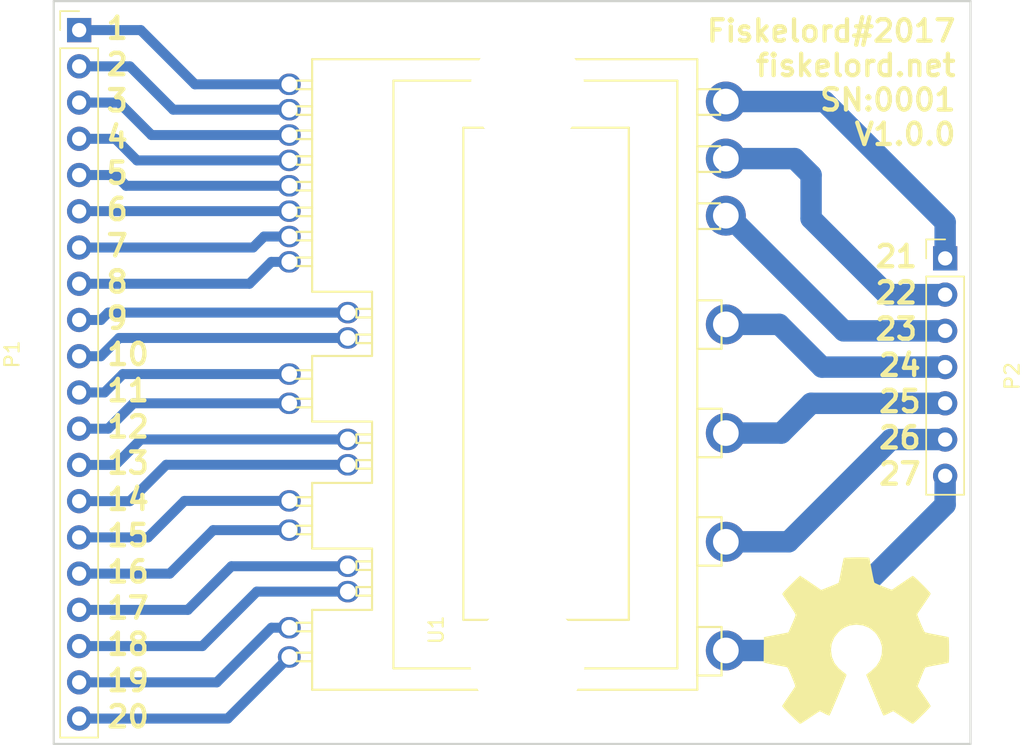
<source format=kicad_pcb>
(kicad_pcb (version 4) (host pcbnew 4.0.5)

  (general
    (links 27)
    (no_connects 0)
    (area 152.695 97.584999 224.849 150.119436)
    (thickness 1.6)
    (drawings 32)
    (tracks 81)
    (zones 0)
    (modules 4)
    (nets 28)
  )

  (page A4)
  (layers
    (0 F.Cu signal)
    (31 B.Cu signal)
    (32 B.Adhes user)
    (33 F.Adhes user)
    (34 B.Paste user)
    (35 F.Paste user)
    (36 B.SilkS user)
    (37 F.SilkS user)
    (38 B.Mask user)
    (39 F.Mask user)
    (40 Dwgs.User user)
    (41 Cmts.User user)
    (42 Eco1.User user)
    (43 Eco2.User user)
    (44 Edge.Cuts user)
    (45 Margin user)
    (46 B.CrtYd user)
    (47 F.CrtYd user)
    (48 B.Fab user)
    (49 F.Fab user)
  )

  (setup
    (last_trace_width 0.25)
    (trace_clearance 0.2)
    (zone_clearance 0.508)
    (zone_45_only no)
    (trace_min 0.2)
    (segment_width 0.2)
    (edge_width 0.15)
    (via_size 0.6)
    (via_drill 0.4)
    (via_min_size 0.4)
    (via_min_drill 0.3)
    (uvia_size 0.3)
    (uvia_drill 0.1)
    (uvias_allowed no)
    (uvia_min_size 0.2)
    (uvia_min_drill 0.1)
    (pcb_text_width 0.3)
    (pcb_text_size 1.5 1.5)
    (mod_edge_width 0.15)
    (mod_text_size 1 1)
    (mod_text_width 0.15)
    (pad_size 1.5 1.6)
    (pad_drill 1.1)
    (pad_to_mask_clearance 0.2)
    (aux_axis_origin 0 0)
    (visible_elements 7FFFFFFF)
    (pcbplotparams
      (layerselection 0x010f0_80000001)
      (usegerberextensions false)
      (excludeedgelayer true)
      (linewidth 0.100000)
      (plotframeref false)
      (viasonmask false)
      (mode 1)
      (useauxorigin false)
      (hpglpennumber 1)
      (hpglpenspeed 20)
      (hpglpendiameter 15)
      (hpglpenoverlay 2)
      (psnegative false)
      (psa4output false)
      (plotreference false)
      (plotvalue false)
      (plotinvisibletext false)
      (padsonsilk false)
      (subtractmaskfromsilk false)
      (outputformat 1)
      (mirror false)
      (drillshape 0)
      (scaleselection 1)
      (outputdirectory gerber/))
  )

  (net 0 "")
  (net 1 /1)
  (net 2 /2)
  (net 3 /3)
  (net 4 /4)
  (net 5 /5)
  (net 6 /6)
  (net 7 /7)
  (net 8 /8)
  (net 9 /9)
  (net 10 /10)
  (net 11 /11)
  (net 12 /12)
  (net 13 /13)
  (net 14 /14)
  (net 15 /15)
  (net 16 /16)
  (net 17 /17)
  (net 18 /18)
  (net 19 /19)
  (net 20 /20)
  (net 21 /21)
  (net 22 /22)
  (net 23 /23)
  (net 24 /24)
  (net 25 /25)
  (net 26 /26)
  (net 27 /27)

  (net_class Default "This is the default net class."
    (clearance 0.2)
    (trace_width 0.25)
    (via_dia 0.6)
    (via_drill 0.4)
    (uvia_dia 0.3)
    (uvia_drill 0.1)
  )

  (net_class Power ""
    (clearance 0.2)
    (trace_width 1.5)
    (via_dia 0.6)
    (via_drill 0.4)
    (uvia_dia 0.3)
    (uvia_drill 0.1)
    (add_net /21)
    (add_net /22)
    (add_net /23)
    (add_net /24)
    (add_net /25)
    (add_net /26)
    (add_net /27)
  )

  (net_class Signal ""
    (clearance 0.2)
    (trace_width 0.7)
    (via_dia 0.6)
    (via_drill 0.4)
    (uvia_dia 0.3)
    (uvia_drill 0.1)
    (add_net /1)
    (add_net /10)
    (add_net /11)
    (add_net /12)
    (add_net /13)
    (add_net /14)
    (add_net /15)
    (add_net /16)
    (add_net /17)
    (add_net /18)
    (add_net /19)
    (add_net /2)
    (add_net /20)
    (add_net /3)
    (add_net /4)
    (add_net /5)
    (add_net /6)
    (add_net /7)
    (add_net /8)
    (add_net /9)
  )

  (module Pin_Headers:Pin_Header_Straight_1x20_Pitch2.54mm (layer F.Cu) (tedit 59B7B6D9) (tstamp 59B7A8C0)
    (at 158.369 99.695)
    (descr "Through hole straight pin header, 1x20, 2.54mm pitch, single row")
    (tags "Through hole pin header THT 1x20 2.54mm single row")
    (path /59B7A455)
    (fp_text reference P1 (at -4.699 22.733 90) (layer F.SilkS)
      (effects (font (size 1 1) (thickness 0.15)))
    )
    (fp_text value CONN_01X20 (at -2.921 22.733 90) (layer F.Fab)
      (effects (font (size 1 1) (thickness 0.15)))
    )
    (fp_line (start -0.635 -1.27) (end 1.27 -1.27) (layer F.Fab) (width 0.1))
    (fp_line (start 1.27 -1.27) (end 1.27 49.53) (layer F.Fab) (width 0.1))
    (fp_line (start 1.27 49.53) (end -1.27 49.53) (layer F.Fab) (width 0.1))
    (fp_line (start -1.27 49.53) (end -1.27 -0.635) (layer F.Fab) (width 0.1))
    (fp_line (start -1.27 -0.635) (end -0.635 -1.27) (layer F.Fab) (width 0.1))
    (fp_line (start -1.33 49.59) (end 1.33 49.59) (layer F.SilkS) (width 0.12))
    (fp_line (start -1.33 1.27) (end -1.33 49.59) (layer F.SilkS) (width 0.12))
    (fp_line (start 1.33 1.27) (end 1.33 49.59) (layer F.SilkS) (width 0.12))
    (fp_line (start -1.33 1.27) (end 1.33 1.27) (layer F.SilkS) (width 0.12))
    (fp_line (start -1.33 0) (end -1.33 -1.33) (layer F.SilkS) (width 0.12))
    (fp_line (start -1.33 -1.33) (end 0 -1.33) (layer F.SilkS) (width 0.12))
    (fp_line (start -1.8 -1.8) (end -1.8 50.05) (layer F.CrtYd) (width 0.05))
    (fp_line (start -1.8 50.05) (end 1.8 50.05) (layer F.CrtYd) (width 0.05))
    (fp_line (start 1.8 50.05) (end 1.8 -1.8) (layer F.CrtYd) (width 0.05))
    (fp_line (start 1.8 -1.8) (end -1.8 -1.8) (layer F.CrtYd) (width 0.05))
    (fp_text user %R (at 0 24.13 90) (layer F.Fab)
      (effects (font (size 1 1) (thickness 0.15)))
    )
    (pad 1 thru_hole rect (at 0 0) (size 1.7 1.7) (drill 1) (layers *.Cu *.Mask)
      (net 1 /1))
    (pad 2 thru_hole oval (at 0 2.54) (size 1.7 1.7) (drill 1) (layers *.Cu *.Mask)
      (net 2 /2))
    (pad 3 thru_hole oval (at 0 5.08) (size 1.7 1.7) (drill 1) (layers *.Cu *.Mask)
      (net 3 /3))
    (pad 4 thru_hole oval (at 0 7.62) (size 1.7 1.7) (drill 1) (layers *.Cu *.Mask)
      (net 4 /4))
    (pad 5 thru_hole oval (at 0 10.16) (size 1.7 1.7) (drill 1) (layers *.Cu *.Mask)
      (net 5 /5))
    (pad 6 thru_hole oval (at 0 12.7) (size 1.7 1.7) (drill 1) (layers *.Cu *.Mask)
      (net 6 /6))
    (pad 7 thru_hole oval (at 0 15.24) (size 1.7 1.7) (drill 1) (layers *.Cu *.Mask)
      (net 7 /7))
    (pad 8 thru_hole oval (at 0 17.78) (size 1.7 1.7) (drill 1) (layers *.Cu *.Mask)
      (net 8 /8))
    (pad 9 thru_hole oval (at 0 20.32) (size 1.7 1.7) (drill 1) (layers *.Cu *.Mask)
      (net 9 /9))
    (pad 10 thru_hole oval (at 0 22.86) (size 1.7 1.7) (drill 1) (layers *.Cu *.Mask)
      (net 10 /10))
    (pad 11 thru_hole oval (at 0 25.4) (size 1.7 1.7) (drill 1) (layers *.Cu *.Mask)
      (net 11 /11))
    (pad 12 thru_hole oval (at 0 27.94) (size 1.7 1.7) (drill 1) (layers *.Cu *.Mask)
      (net 12 /12))
    (pad 13 thru_hole oval (at 0 30.48) (size 1.7 1.7) (drill 1) (layers *.Cu *.Mask)
      (net 13 /13))
    (pad 14 thru_hole oval (at 0 33.02) (size 1.7 1.7) (drill 1) (layers *.Cu *.Mask)
      (net 14 /14))
    (pad 15 thru_hole oval (at 0 35.56) (size 1.7 1.7) (drill 1) (layers *.Cu *.Mask)
      (net 15 /15))
    (pad 16 thru_hole oval (at 0 38.1) (size 1.7 1.7) (drill 1) (layers *.Cu *.Mask)
      (net 16 /16))
    (pad 17 thru_hole oval (at 0 40.64) (size 1.7 1.7) (drill 1) (layers *.Cu *.Mask)
      (net 17 /17))
    (pad 18 thru_hole oval (at 0 43.18) (size 1.7 1.7) (drill 1) (layers *.Cu *.Mask)
      (net 18 /18))
    (pad 19 thru_hole oval (at 0 45.72) (size 1.7 1.7) (drill 1) (layers *.Cu *.Mask)
      (net 19 /19))
    (pad 20 thru_hole oval (at 0 48.26) (size 1.7 1.7) (drill 1) (layers *.Cu *.Mask)
      (net 20 /20))
    (model ${KISYS3DMOD}/Pin_Headers.3dshapes/Pin_Header_Straight_1x20_Pitch2.54mm.wrl
      (at (xyz 0 0 0))
      (scale (xyz 1 1 1))
      (rotate (xyz 0 0 0))
    )
  )

  (module Pin_Headers:Pin_Header_Straight_1x07_Pitch2.54mm (layer F.Cu) (tedit 59B7B6DE) (tstamp 59B7A8CB)
    (at 219.075 115.697)
    (descr "Through hole straight pin header, 1x07, 2.54mm pitch, single row")
    (tags "Through hole pin header THT 1x07 2.54mm single row")
    (path /59B7A3CF)
    (fp_text reference P2 (at 4.699 8.255 90) (layer F.SilkS)
      (effects (font (size 1 1) (thickness 0.15)))
    )
    (fp_text value CONN_01X07 (at 2.921 8.001 90) (layer F.Fab)
      (effects (font (size 1 1) (thickness 0.15)))
    )
    (fp_line (start -0.635 -1.27) (end 1.27 -1.27) (layer F.Fab) (width 0.1))
    (fp_line (start 1.27 -1.27) (end 1.27 16.51) (layer F.Fab) (width 0.1))
    (fp_line (start 1.27 16.51) (end -1.27 16.51) (layer F.Fab) (width 0.1))
    (fp_line (start -1.27 16.51) (end -1.27 -0.635) (layer F.Fab) (width 0.1))
    (fp_line (start -1.27 -0.635) (end -0.635 -1.27) (layer F.Fab) (width 0.1))
    (fp_line (start -1.33 16.57) (end 1.33 16.57) (layer F.SilkS) (width 0.12))
    (fp_line (start -1.33 1.27) (end -1.33 16.57) (layer F.SilkS) (width 0.12))
    (fp_line (start 1.33 1.27) (end 1.33 16.57) (layer F.SilkS) (width 0.12))
    (fp_line (start -1.33 1.27) (end 1.33 1.27) (layer F.SilkS) (width 0.12))
    (fp_line (start -1.33 0) (end -1.33 -1.33) (layer F.SilkS) (width 0.12))
    (fp_line (start -1.33 -1.33) (end 0 -1.33) (layer F.SilkS) (width 0.12))
    (fp_line (start -1.8 -1.8) (end -1.8 17.05) (layer F.CrtYd) (width 0.05))
    (fp_line (start -1.8 17.05) (end 1.8 17.05) (layer F.CrtYd) (width 0.05))
    (fp_line (start 1.8 17.05) (end 1.8 -1.8) (layer F.CrtYd) (width 0.05))
    (fp_line (start 1.8 -1.8) (end -1.8 -1.8) (layer F.CrtYd) (width 0.05))
    (fp_text user %R (at 0 7.62 90) (layer F.Fab)
      (effects (font (size 1 1) (thickness 0.15)))
    )
    (pad 1 thru_hole rect (at 0 0) (size 1.7 1.7) (drill 1) (layers *.Cu *.Mask)
      (net 21 /21))
    (pad 2 thru_hole oval (at 0 2.54) (size 1.7 1.7) (drill 1) (layers *.Cu *.Mask)
      (net 22 /22))
    (pad 3 thru_hole oval (at 0 5.08) (size 1.7 1.7) (drill 1) (layers *.Cu *.Mask)
      (net 23 /23))
    (pad 4 thru_hole oval (at 0 7.62) (size 1.7 1.7) (drill 1) (layers *.Cu *.Mask)
      (net 24 /24))
    (pad 5 thru_hole oval (at 0 10.16) (size 1.7 1.7) (drill 1) (layers *.Cu *.Mask)
      (net 25 /25))
    (pad 6 thru_hole oval (at 0 12.7) (size 1.7 1.7) (drill 1) (layers *.Cu *.Mask)
      (net 26 /26))
    (pad 7 thru_hole oval (at 0 15.24) (size 1.7 1.7) (drill 1) (layers *.Cu *.Mask)
      (net 27 /27))
    (model ${KISYS3DMOD}/Pin_Headers.3dshapes/Pin_Header_Straight_1x07_Pitch2.54mm.wrl
      (at (xyz 0 0 0))
      (scale (xyz 1 1 1))
      (rotate (xyz 0 0 0))
    )
  )

  (module FPDL15BH60:FPDL15BH60 (layer F.Cu) (tedit 59B7CBB1) (tstamp 59B7BB50)
    (at 173.101 143.637 90)
    (path /59B79E42)
    (fp_text reference U1 (at 1.9 10.3 90) (layer F.SilkS)
      (effects (font (size 1 1) (thickness 0.15)))
    )
    (fp_text value FPDL15BH60 (at 4.6 8.6 90) (layer F.Fab)
      (effects (font (size 1 1) (thickness 0.15)))
    )
    (fp_line (start 2.6 23.8) (end 2.6 12.2) (layer F.SilkS) (width 0.15))
    (fp_line (start 2.6 12.2) (end 37.1 12.2) (layer F.SilkS) (width 0.15))
    (fp_line (start 37.1 12.2) (end 37.1 23.8) (layer F.SilkS) (width 0.15))
    (fp_line (start 37.1 23.8) (end 2.6 23.8) (layer F.SilkS) (width 0.15))
    (fp_line (start 40.4 7.3) (end 40.4 27.2) (layer F.SilkS) (width 0.15))
    (fp_line (start 40.4 27.2) (end -0.8 27.2) (layer F.SilkS) (width 0.15))
    (fp_line (start -0.8 27.2) (end -0.8 7.3) (layer F.SilkS) (width 0.15))
    (fp_line (start -0.8 7.3) (end 40.4 7.3) (layer F.SilkS) (width 0.15))
    (fp_line (start 2.1 30.3) (end -1.3 30.3) (layer F.SilkS) (width 0.15))
    (fp_line (start 2.1 28.6) (end 2.1 30.3) (layer F.SilkS) (width 0.15))
    (fp_line (start -1.3 28.6) (end 2.1 28.6) (layer F.SilkS) (width 0.15))
    (fp_line (start -1.3 30.3) (end -1.3 28.6) (layer F.SilkS) (width 0.15))
    (fp_line (start 6.4 30.3) (end 6.4 28.6) (layer F.SilkS) (width 0.15))
    (fp_line (start 6.4 28.6) (end 9.8 28.6) (layer F.SilkS) (width 0.15))
    (fp_line (start 9.8 28.6) (end 9.8 30.3) (layer F.SilkS) (width 0.15))
    (fp_line (start 9.8 30.3) (end 6.4 30.3) (layer F.SilkS) (width 0.15))
    (fp_line (start 17.4 30.3) (end 14 30.3) (layer F.SilkS) (width 0.15))
    (fp_line (start 17.4 28.6) (end 17.4 30.3) (layer F.SilkS) (width 0.15))
    (fp_line (start 14 28.6) (end 17.4 28.6) (layer F.SilkS) (width 0.15))
    (fp_line (start 14 30.3) (end 14 28.6) (layer F.SilkS) (width 0.15))
    (fp_line (start 21.6 30.3) (end 21.6 28.6) (layer F.SilkS) (width 0.15))
    (fp_line (start 21.6 28.6) (end 25 28.6) (layer F.SilkS) (width 0.15))
    (fp_line (start 25 28.6) (end 25 30.3) (layer F.SilkS) (width 0.15))
    (fp_line (start 25 30.3) (end 21.6 30.3) (layer F.SilkS) (width 0.15))
    (fp_line (start 30 30.2) (end 30 28.7) (layer F.SilkS) (width 0.15))
    (fp_line (start 30 28.7) (end 30 28.6) (layer F.SilkS) (width 0.15))
    (fp_line (start 30 28.6) (end 31.8 28.6) (layer F.SilkS) (width 0.15))
    (fp_line (start 31.8 28.6) (end 31.8 30.2) (layer F.SilkS) (width 0.15))
    (fp_line (start 31.8 30.2) (end 30 30.2) (layer F.SilkS) (width 0.15))
    (fp_line (start 35.8 30.2) (end 34 30.2) (layer F.SilkS) (width 0.15))
    (fp_line (start 35.8 28.6) (end 35.8 30.2) (layer F.SilkS) (width 0.15))
    (fp_line (start 34 28.6) (end 35.8 28.6) (layer F.SilkS) (width 0.15))
    (fp_line (start 34 28.7) (end 34 28.6) (layer F.SilkS) (width 0.15))
    (fp_line (start 34 30.2) (end 34 28.7) (layer F.SilkS) (width 0.15))
    (fp_line (start 38 30.2) (end 38 28.7) (layer F.SilkS) (width 0.15))
    (fp_line (start 38 28.7) (end 38 28.6) (layer F.SilkS) (width 0.15))
    (fp_line (start 38 28.6) (end 39.8 28.6) (layer F.SilkS) (width 0.15))
    (fp_line (start 39.8 28.6) (end 39.8 30.2) (layer F.SilkS) (width 0.15))
    (fp_line (start 39.8 30.2) (end 38 30.2) (layer F.SilkS) (width 0.15))
    (fp_line (start 40.4 0.5) (end 40.4 1.6) (layer F.SilkS) (width 0.15))
    (fp_line (start 39.8 0.5) (end 40.4 0.5) (layer F.SilkS) (width 0.15))
    (fp_line (start 39.8 1.6) (end 39.8 0.5) (layer F.SilkS) (width 0.15))
    (fp_line (start 38 1.6) (end 38 0.5) (layer F.SilkS) (width 0.15))
    (fp_line (start 38 0.5) (end 38.6 0.5) (layer F.SilkS) (width 0.15))
    (fp_line (start 38.6 0.5) (end 38.6 1.6) (layer F.SilkS) (width 0.15))
    (fp_line (start 36.9 0.5) (end 36.9 1.6) (layer F.SilkS) (width 0.15))
    (fp_line (start 36.3 0.5) (end 36.9 0.5) (layer F.SilkS) (width 0.15))
    (fp_line (start 36.3 1.6) (end 36.3 0.5) (layer F.SilkS) (width 0.15))
    (fp_line (start 34.5 1.6) (end 34.5 0.5) (layer F.SilkS) (width 0.15))
    (fp_line (start 34.5 0.5) (end 35.1 0.5) (layer F.SilkS) (width 0.15))
    (fp_line (start 35.1 0.5) (end 35.1 1.6) (layer F.SilkS) (width 0.15))
    (fp_line (start 33.3 0.5) (end 33.3 1.6) (layer F.SilkS) (width 0.15))
    (fp_line (start 32.7 0.5) (end 33.3 0.5) (layer F.SilkS) (width 0.15))
    (fp_line (start 32.7 1.6) (end 32.7 0.5) (layer F.SilkS) (width 0.15))
    (fp_line (start 30.9 1.6) (end 30.9 0.5) (layer F.SilkS) (width 0.15))
    (fp_line (start 30.9 0.5) (end 31.5 0.5) (layer F.SilkS) (width 0.15))
    (fp_line (start 31.5 0.5) (end 31.5 1.6) (layer F.SilkS) (width 0.15))
    (fp_line (start 29.8 0.5) (end 29.8 1.6) (layer F.SilkS) (width 0.15))
    (fp_line (start 29.2 0.5) (end 29.8 0.5) (layer F.SilkS) (width 0.15))
    (fp_line (start 29.2 1.6) (end 29.2 0.5) (layer F.SilkS) (width 0.15))
    (fp_line (start 27.4 1.6) (end 27.4 0.5) (layer F.SilkS) (width 0.15))
    (fp_line (start 27.4 0.5) (end 28 0.5) (layer F.SilkS) (width 0.15))
    (fp_line (start 28 0.5) (end 28 1.6) (layer F.SilkS) (width 0.15))
    (fp_line (start 24.4 4.7) (end 24.4 5.8) (layer F.SilkS) (width 0.15))
    (fp_line (start 23.8 4.7) (end 24.4 4.7) (layer F.SilkS) (width 0.15))
    (fp_line (start 23.8 5.8) (end 23.8 4.7) (layer F.SilkS) (width 0.15))
    (fp_line (start 22 5.8) (end 22 4.7) (layer F.SilkS) (width 0.15))
    (fp_line (start 22 4.7) (end 22.6 4.7) (layer F.SilkS) (width 0.15))
    (fp_line (start 22.6 4.7) (end 22.6 5.8) (layer F.SilkS) (width 0.15))
    (fp_line (start 15.6 4.7) (end 15.6 5.8) (layer F.SilkS) (width 0.15))
    (fp_line (start 15 4.7) (end 15.6 4.7) (layer F.SilkS) (width 0.15))
    (fp_line (start 15 5.8) (end 15 4.7) (layer F.SilkS) (width 0.15))
    (fp_line (start 13.2 5.8) (end 13.2 4.7) (layer F.SilkS) (width 0.15))
    (fp_line (start 13.2 4.7) (end 13.8 4.7) (layer F.SilkS) (width 0.15))
    (fp_line (start 13.8 4.7) (end 13.8 5.8) (layer F.SilkS) (width 0.15))
    (fp_line (start 6.7 4.7) (end 6.7 5.8) (layer F.SilkS) (width 0.15))
    (fp_line (start 6.1 4.7) (end 6.7 4.7) (layer F.SilkS) (width 0.15))
    (fp_line (start 6.1 5.8) (end 6.1 4.7) (layer F.SilkS) (width 0.15))
    (fp_line (start 25.6 5.8) (end 25.6 1.6) (layer F.SilkS) (width 0.15))
    (fp_line (start 21.1 1.6) (end 21.1 5.8) (layer F.SilkS) (width 0.15))
    (fp_line (start 16.5 5.8) (end 16.5 1.6) (layer F.SilkS) (width 0.15))
    (fp_line (start 12.2 1.6) (end 12.2 5.8) (layer F.SilkS) (width 0.15))
    (fp_line (start 7.6 5.8) (end 7.6 1.6) (layer F.SilkS) (width 0.15))
    (fp_line (start 3.3 5.8) (end 3.3 1.6) (layer F.SilkS) (width 0.15))
    (fp_line (start 4.3 5.8) (end 4.3 4.7) (layer F.SilkS) (width 0.15))
    (fp_line (start 4.3 4.7) (end 4.9 4.7) (layer F.SilkS) (width 0.15))
    (fp_line (start 4.9 4.7) (end 4.9 5.8) (layer F.SilkS) (width 0.15))
    (fp_line (start 20.1 0.4) (end 20.1 1.5) (layer F.SilkS) (width 0.15))
    (fp_line (start 19.5 0.4) (end 20.1 0.4) (layer F.SilkS) (width 0.15))
    (fp_line (start 19.5 1.5) (end 19.5 0.4) (layer F.SilkS) (width 0.15))
    (fp_line (start 17.5 1.5) (end 17.5 0.4) (layer F.SilkS) (width 0.15))
    (fp_line (start 17.5 0.4) (end 18.1 0.4) (layer F.SilkS) (width 0.15))
    (fp_line (start 18.1 0.4) (end 18.1 1.5) (layer F.SilkS) (width 0.15))
    (fp_line (start 11.2 0.5) (end 11.2 1.6) (layer F.SilkS) (width 0.15))
    (fp_line (start 10.6 0.5) (end 11.2 0.5) (layer F.SilkS) (width 0.15))
    (fp_line (start 10.6 1.6) (end 10.6 0.5) (layer F.SilkS) (width 0.15))
    (fp_line (start 8.6 1.6) (end 8.6 0.5) (layer F.SilkS) (width 0.15))
    (fp_line (start 8.6 0.5) (end 9.2 0.5) (layer F.SilkS) (width 0.15))
    (fp_line (start 9.2 0.5) (end 9.2 1.6) (layer F.SilkS) (width 0.15))
    (fp_line (start 2.4 0.5) (end 2.4 1.6) (layer F.SilkS) (width 0.15))
    (fp_line (start 1.8 0.5) (end 2.4 0.5) (layer F.SilkS) (width 0.15))
    (fp_line (start 1.8 1.6) (end 1.8 0.5) (layer F.SilkS) (width 0.15))
    (fp_line (start -0.3 1.6) (end -0.3 0.5) (layer F.SilkS) (width 0.15))
    (fp_line (start -0.3 0.5) (end 0.3 0.5) (layer F.SilkS) (width 0.15))
    (fp_line (start 0.3 0.5) (end 0.3 1.6) (layer F.SilkS) (width 0.15))
    (fp_line (start 16.5 1.6) (end 21.1 1.6) (layer F.SilkS) (width 0.15))
    (fp_line (start 21.1 5.8) (end 25.6 5.8) (layer F.SilkS) (width 0.15))
    (fp_line (start 25.6 1.6) (end 41.9 1.6) (layer F.SilkS) (width 0.15))
    (fp_line (start 41.9 1.6) (end 41.9 28.6) (layer F.SilkS) (width 0.15))
    (fp_line (start 41.9 28.6) (end -1.2 28.6) (layer F.SilkS) (width 0.15))
    (fp_line (start -0.9 28.6) (end -2.3 28.6) (layer F.SilkS) (width 0.15))
    (fp_line (start -2.3 28.6) (end -2.3 1.6) (layer F.SilkS) (width 0.15))
    (fp_line (start -2.3 1.6) (end 3.3 1.6) (layer F.SilkS) (width 0.15))
    (fp_line (start 3.3 5.8) (end 7.6 5.8) (layer F.SilkS) (width 0.15))
    (fp_line (start 7.6 1.6) (end 12.2 1.6) (layer F.SilkS) (width 0.15))
    (fp_line (start 12.2 5.8) (end 16.5 5.8) (layer F.SilkS) (width 0.15))
    (pad 1 thru_hole oval (at 40.141 0 90) (size 1.5 1.6) (drill 1.1) (layers *.Cu *.Mask)
      (net 1 /1))
    (pad 2 thru_hole oval (at 38.363 0 90) (size 1.5 1.6) (drill 1.1) (layers *.Cu *.Mask)
      (net 2 /2))
    (pad 3 thru_hole oval (at 36.585 0 90) (size 1.5 1.6) (drill 1.1) (layers *.Cu *.Mask)
      (net 3 /3))
    (pad 4 thru_hole oval (at 34.807 0 90) (size 1.5 1.6) (drill 1.1) (layers *.Cu)
      (net 4 /4))
    (pad 5 thru_hole oval (at 33.029 0 90) (size 1.5 1.6) (drill 1.1) (layers *.Cu *.Mask)
      (net 5 /5))
    (pad 6 thru_hole oval (at 31.251 0 90) (size 1.5 1.6) (drill 1.1) (layers *.Cu *.Mask)
      (net 6 /6))
    (pad 7 thru_hole oval (at 29.473 0 90) (size 1.5 1.6) (drill 1.1) (layers *.Cu *.Mask)
      (net 7 /7))
    (pad 13 thru_hole oval (at 15.249 4.1 90) (size 1.5 1.6) (drill 1.1) (layers *.Cu *.Mask)
      (net 13 /13))
    (pad 12 thru_hole oval (at 17.78 0 90) (size 1.5 1.6) (drill 1.1) (layers *.Cu *.Mask)
      (net 12 /12))
    (pad 11 thru_hole oval (at 19.83 0 90) (size 1.5 1.6) (drill 1.1) (layers *.Cu *.Mask)
      (net 11 /11))
    (pad 10 thru_hole oval (at 22.361 4.1 90) (size 1.5 1.6) (drill 1.1) (layers *.Cu *.Mask)
      (net 10 /10))
    (pad 9 thru_hole oval (at 24.139 4.1 90) (size 1.5 1.6) (drill 1.1) (layers *.Cu *.Mask)
      (net 9 /9))
    (pad 8 thru_hole oval (at 27.695 0 90) (size 1.5 1.6) (drill 1.1) (layers *.Cu *.Mask)
      (net 8 /8))
    (pad 14 thru_hole oval (at 13.471 4.1 90) (size 1.5 1.6) (drill 1.1) (layers *.Cu *.Mask)
      (net 14 /14))
    (pad 15 thru_hole oval (at 10.94 0 90) (size 1.5 1.6) (drill 1.1) (layers *.Cu *.Mask)
      (net 15 /15))
    (pad 16 thru_hole oval (at 8.89 0 90) (size 1.5 1.6) (drill 1.1) (layers *.Cu *.Mask)
      (net 16 /16))
    (pad 17 thru_hole oval (at 6.359 4.1 90) (size 1.5 1.6) (drill 1.1) (layers *.Cu *.Mask)
      (net 17 /17))
    (pad 18 thru_hole oval (at 4.581 4.1 90) (size 1.5 1.6) (drill 1.1) (layers *.Cu *.Mask)
      (net 18 /18))
    (pad 19 thru_hole oval (at 2.05 0 90) (size 1.5 1.6) (drill 1.1) (layers *.Cu *.Mask)
      (net 19 /19))
    (pad 20 thru_hole oval (at 0 0 90) (size 1.5 1.6) (drill 1.1) (layers *.Cu *.Mask)
      (net 20 /20))
    (pad 21 thru_hole circle (at 38.934 30.6 90) (size 2.8 2.8) (drill 1.8) (layers *.Cu *.Mask)
      (net 21 /21))
    (pad 22 thru_hole circle (at 34.934 30.6 90) (size 2.8 2.8) (drill 1.8) (layers *.Cu *.Mask)
      (net 22 /22))
    (pad 23 thru_hole circle (at 30.934 30.6 90) (size 2.8 2.8) (drill 1.8) (layers *.Cu *.Mask)
      (net 23 /23))
    (pad 24 thru_hole circle (at 23.314 30.6 90) (size 2.8 2.8) (drill 1.8) (layers *.Cu *.Mask)
      (net 24 /24))
    (pad 25 thru_hole circle (at 15.694 30.6 90) (size 2.8 2.8) (drill 1.8) (layers *.Cu *.Mask)
      (net 25 /25))
    (pad 26 thru_hole circle (at 8.074 30.6 90) (size 2.8 2.8) (drill 1.8) (layers *.Cu *.Mask)
      (net 26 /26))
    (pad 27 thru_hole circle (at 0.454 30.6 90) (size 2.8 2.8) (drill 1.8) (layers *.Cu *.Mask)
      (net 27 /27))
    (pad "" np_thru_hole circle (at -0.306 16.7 90) (size 8 8) (drill 8) (layers *.Cu))
    (pad "" np_thru_hole circle (at 39.694 16.7 90) (size 8 8) (drill 8) (layers *.Cu))
  )

  (module OSHW:OSHW_silkscreen-front_13mm (layer F.Cu) (tedit 0) (tstamp 59B7BFCE)
    (at 212.852 142.494)
    (fp_text reference G*** (at 0 6.89356) (layer F.SilkS) hide
      (effects (font (size 0.59182 0.59182) (thickness 0.11684)))
    )
    (fp_text value OSHW_silkscreen-front_13mm (at 0 -6.89356) (layer F.SilkS) hide
      (effects (font (size 0.59182 0.59182) (thickness 0.11684)))
    )
    (fp_poly (pts (xy -3.93954 5.83946) (xy -3.87096 5.8039) (xy -3.71856 5.70738) (xy -3.50266 5.56514)
      (xy -3.24612 5.39242) (xy -2.98958 5.2197) (xy -2.77622 5.07746) (xy -2.6289 4.98348)
      (xy -2.56794 4.94792) (xy -2.53492 4.96062) (xy -2.41046 5.01904) (xy -2.23266 5.11048)
      (xy -2.13106 5.16382) (xy -1.9685 5.23494) (xy -1.88722 5.25018) (xy -1.87452 5.22732)
      (xy -1.81356 5.10286) (xy -1.71958 4.8895) (xy -1.59766 4.60756) (xy -1.45796 4.27736)
      (xy -1.30556 3.92176) (xy -1.1557 3.55854) (xy -1.01092 3.2131) (xy -0.88392 2.90322)
      (xy -0.78232 2.64922) (xy -0.71628 2.47396) (xy -0.69088 2.39776) (xy -0.6985 2.38252)
      (xy -0.77978 2.30124) (xy -0.92202 2.19456) (xy -1.22936 1.94564) (xy -1.53416 1.56718)
      (xy -1.71704 1.13538) (xy -1.78054 0.65786) (xy -1.7272 0.21336) (xy -1.55194 -0.21336)
      (xy -1.25476 -0.59436) (xy -0.89662 -0.88138) (xy -0.47498 -1.06172) (xy 0 -1.12014)
      (xy 0.45212 -1.0668) (xy 0.889 -0.89662) (xy 1.27254 -0.60452) (xy 1.43256 -0.41656)
      (xy 1.65608 -0.03048) (xy 1.78308 0.38608) (xy 1.79832 0.49276) (xy 1.778 0.94996)
      (xy 1.64338 1.38684) (xy 1.40208 1.778) (xy 1.0668 2.09804) (xy 1.02616 2.12852)
      (xy 0.87122 2.24536) (xy 0.76708 2.3241) (xy 0.6858 2.39014) (xy 1.26746 3.78968)
      (xy 1.3589 4.0132) (xy 1.51892 4.39674) (xy 1.65862 4.7244) (xy 1.77038 4.98856)
      (xy 1.84912 5.16382) (xy 1.88468 5.2324) (xy 1.88722 5.23748) (xy 1.93802 5.2451)
      (xy 2.0447 5.207) (xy 2.24028 5.11302) (xy 2.36982 5.04698) (xy 2.51714 4.97586)
      (xy 2.58572 4.94792) (xy 2.6416 4.9784) (xy 2.78384 5.07238) (xy 2.99212 5.20954)
      (xy 3.24358 5.37972) (xy 3.4798 5.54228) (xy 3.70078 5.68706) (xy 3.8608 5.78866)
      (xy 3.937 5.83184) (xy 3.9497 5.83184) (xy 4.01828 5.7912) (xy 4.14274 5.68706)
      (xy 4.33324 5.50672) (xy 4.60502 5.24002) (xy 4.64566 5.19938) (xy 4.86664 4.97586)
      (xy 5.04698 4.78536) (xy 5.1689 4.65074) (xy 5.21208 4.58978) (xy 5.21208 4.58978)
      (xy 5.17144 4.51358) (xy 5.06984 4.35356) (xy 4.92506 4.13258) (xy 4.74726 3.87096)
      (xy 4.28498 3.19786) (xy 4.53898 2.56286) (xy 4.61772 2.36982) (xy 4.71678 2.1336)
      (xy 4.79044 1.96342) (xy 4.82854 1.8923) (xy 4.89712 1.8669) (xy 5.07238 1.82626)
      (xy 5.32384 1.77292) (xy 5.62356 1.71704) (xy 5.91058 1.6637) (xy 6.16966 1.61544)
      (xy 6.35762 1.57734) (xy 6.44144 1.5621) (xy 6.46176 1.5494) (xy 6.477 1.50876)
      (xy 6.48716 1.4224) (xy 6.49478 1.26492) (xy 6.49732 1.016) (xy 6.49732 0.65786)
      (xy 6.49732 0.61976) (xy 6.49478 0.27686) (xy 6.4897 0.00508) (xy 6.47954 -0.17272)
      (xy 6.46684 -0.24384) (xy 6.46684 -0.24638) (xy 6.38556 -0.26416) (xy 6.20268 -0.3048)
      (xy 5.94614 -0.35306) (xy 5.63626 -0.41148) (xy 5.61848 -0.41656) (xy 5.3086 -0.47498)
      (xy 5.05206 -0.52832) (xy 4.87172 -0.5715) (xy 4.79552 -0.59436) (xy 4.78028 -0.61722)
      (xy 4.71678 -0.7366) (xy 4.63042 -0.9271) (xy 4.52628 -1.16078) (xy 4.42722 -1.40208)
      (xy 4.34086 -1.61798) (xy 4.28244 -1.78054) (xy 4.26466 -1.8542) (xy 4.26466 -1.85674)
      (xy 4.31038 -1.9304) (xy 4.41706 -2.08788) (xy 4.56692 -2.30886) (xy 4.74726 -2.57048)
      (xy 4.75996 -2.5908) (xy 4.93522 -2.85242) (xy 5.08 -3.07086) (xy 5.17652 -3.22834)
      (xy 5.21208 -3.29692) (xy 5.20954 -3.302) (xy 5.15112 -3.38074) (xy 5.01904 -3.52806)
      (xy 4.83108 -3.72618) (xy 4.60248 -3.95478) (xy 4.53136 -4.0259) (xy 4.27736 -4.27228)
      (xy 4.1021 -4.43484) (xy 3.99288 -4.5212) (xy 3.93954 -4.53898) (xy 3.93954 -4.53898)
      (xy 3.8608 -4.49072) (xy 3.6957 -4.38404) (xy 3.47218 -4.23418) (xy 3.21056 -4.05384)
      (xy 3.19024 -4.04114) (xy 2.93116 -3.86588) (xy 2.71526 -3.71856) (xy 2.56032 -3.61696)
      (xy 2.49428 -3.57632) (xy 2.48158 -3.57632) (xy 2.37744 -3.6068) (xy 2.19202 -3.67284)
      (xy 1.96342 -3.7592) (xy 1.72466 -3.85572) (xy 1.50622 -3.94716) (xy 1.34112 -4.02336)
      (xy 1.26492 -4.06654) (xy 1.26238 -4.07162) (xy 1.23444 -4.16306) (xy 1.19126 -4.35864)
      (xy 1.13538 -4.62534) (xy 1.07442 -4.94538) (xy 1.06426 -4.99618) (xy 1.00584 -5.30606)
      (xy 0.95758 -5.56006) (xy 0.91948 -5.73786) (xy 0.9017 -5.81152) (xy 0.85852 -5.82168)
      (xy 0.70612 -5.83184) (xy 0.47498 -5.83692) (xy 0.19558 -5.842) (xy -0.09906 -5.83946)
      (xy -0.38608 -5.83184) (xy -0.63246 -5.82422) (xy -0.80772 -5.81152) (xy -0.87884 -5.79628)
      (xy -0.88392 -5.79374) (xy -0.90932 -5.69722) (xy -0.9525 -5.50164) (xy -1.00838 -5.2324)
      (xy -1.0668 -4.9149) (xy -1.0795 -4.85902) (xy -1.13792 -4.54914) (xy -1.18872 -4.29514)
      (xy -1.22682 -4.12242) (xy -1.24714 -4.05384) (xy -1.27254 -4.0386) (xy -1.40208 -3.98272)
      (xy -1.60782 -3.89636) (xy -1.86436 -3.79222) (xy -2.46126 -3.55346) (xy -3.19024 -4.0513)
      (xy -3.25628 -4.09702) (xy -3.5179 -4.27482) (xy -3.7338 -4.4196) (xy -3.8862 -4.51612)
      (xy -3.94716 -4.55168) (xy -3.95224 -4.54914) (xy -4.02336 -4.48564) (xy -4.16814 -4.35102)
      (xy -4.36626 -4.15798) (xy -4.5974 -3.92938) (xy -4.76504 -3.7592) (xy -4.9657 -3.55346)
      (xy -5.09524 -3.4163) (xy -5.16382 -3.3274) (xy -5.18922 -3.27406) (xy -5.1816 -3.2385)
      (xy -5.13588 -3.16484) (xy -5.0292 -3.00482) (xy -4.8768 -2.78384) (xy -4.70154 -2.52476)
      (xy -4.55422 -2.30886) (xy -4.39674 -2.06502) (xy -4.2926 -1.88976) (xy -4.25704 -1.8034)
      (xy -4.2672 -1.76784) (xy -4.31546 -1.6256) (xy -4.40436 -1.4097) (xy -4.51358 -1.15316)
      (xy -4.76758 -0.57658) (xy -5.14604 -0.50292) (xy -5.37464 -0.45974) (xy -5.69468 -0.39878)
      (xy -6.00456 -0.33782) (xy -6.48208 -0.24638) (xy -6.49986 1.51638) (xy -6.4262 1.5494)
      (xy -6.35508 1.56718) (xy -6.17728 1.60782) (xy -5.92328 1.65862) (xy -5.62356 1.7145)
      (xy -5.36956 1.76276) (xy -5.11302 1.81102) (xy -4.9276 1.84658) (xy -4.84632 1.86436)
      (xy -4.826 1.8923) (xy -4.75996 2.01676) (xy -4.67106 2.21234) (xy -4.56692 2.4511)
      (xy -4.46532 2.69748) (xy -4.37388 2.92354) (xy -4.31038 3.0988) (xy -4.28752 3.1877)
      (xy -4.32308 3.25628) (xy -4.4196 3.40614) (xy -4.56184 3.62204) (xy -4.7371 3.87604)
      (xy -4.90982 4.13258) (xy -5.05714 4.35102) (xy -5.16128 4.5085) (xy -5.20446 4.57962)
      (xy -5.1816 4.62788) (xy -5.08 4.75234) (xy -4.88696 4.95046) (xy -4.60248 5.23494)
      (xy -4.55422 5.28066) (xy -4.32562 5.4991) (xy -4.13512 5.6769) (xy -4.0005 5.79628)
      (xy -3.93954 5.83946)) (layer F.SilkS) (width 0.00254))
  )

  (gr_line (start 156.59 97.66) (end 156.59 149.73) (angle 90) (layer Edge.Cuts) (width 0.15))
  (gr_text 27 (at 215.9 130.81) (layer F.SilkS)
    (effects (font (size 1.5 1.5) (thickness 0.3)))
  )
  (gr_text 26 (at 215.9 128.27) (layer F.SilkS)
    (effects (font (size 1.5 1.5) (thickness 0.3)))
  )
  (gr_text 25 (at 215.9 125.73) (layer F.SilkS)
    (effects (font (size 1.5 1.5) (thickness 0.3)))
  )
  (gr_text 24 (at 215.9 123.19) (layer F.SilkS)
    (effects (font (size 1.5 1.5) (thickness 0.3)))
  )
  (gr_text 23 (at 215.646 120.65) (layer F.SilkS)
    (effects (font (size 1.5 1.5) (thickness 0.3)))
  )
  (gr_text 22 (at 215.646 118.11) (layer F.SilkS)
    (effects (font (size 1.5 1.5) (thickness 0.3)))
  )
  (gr_text 21 (at 215.646 115.57) (layer F.SilkS)
    (effects (font (size 1.5 1.5) (thickness 0.3)))
  )
  (gr_text 20 (at 161.798 147.828) (layer F.SilkS)
    (effects (font (size 1.5 1.5) (thickness 0.3)))
  )
  (gr_text 19 (at 161.798 145.288) (layer F.SilkS)
    (effects (font (size 1.5 1.5) (thickness 0.3)))
  )
  (gr_text 18 (at 161.798 142.748) (layer F.SilkS)
    (effects (font (size 1.5 1.5) (thickness 0.3)))
  )
  (gr_text 17 (at 161.798 140.208) (layer F.SilkS)
    (effects (font (size 1.5 1.5) (thickness 0.3)))
  )
  (gr_text 16 (at 161.798 137.668) (layer F.SilkS)
    (effects (font (size 1.5 1.5) (thickness 0.3)))
  )
  (gr_text 15 (at 161.798 135.128) (layer F.SilkS)
    (effects (font (size 1.5 1.5) (thickness 0.3)))
  )
  (gr_text 14 (at 161.798 132.588) (layer F.SilkS)
    (effects (font (size 1.5 1.5) (thickness 0.3)))
  )
  (gr_text 13 (at 161.798 130.048) (layer F.SilkS)
    (effects (font (size 1.5 1.5) (thickness 0.3)))
  )
  (gr_text 12 (at 161.798 127.508) (layer F.SilkS)
    (effects (font (size 1.5 1.5) (thickness 0.3)))
  )
  (gr_text 11 (at 161.798 124.968) (layer F.SilkS)
    (effects (font (size 1.5 1.5) (thickness 0.3)))
  )
  (gr_text 10 (at 161.798 122.428) (layer F.SilkS)
    (effects (font (size 1.5 1.5) (thickness 0.3)))
  )
  (gr_text 9 (at 161.036 119.888) (layer F.SilkS)
    (effects (font (size 1.5 1.5) (thickness 0.3)))
  )
  (gr_text 8 (at 161.036 117.348) (layer F.SilkS)
    (effects (font (size 1.5 1.5) (thickness 0.3)))
  )
  (gr_text 7 (at 161.036 114.808) (layer F.SilkS)
    (effects (font (size 1.5 1.5) (thickness 0.3)))
  )
  (gr_text 6 (at 161.036 112.268) (layer F.SilkS)
    (effects (font (size 1.5 1.5) (thickness 0.3)))
  )
  (gr_text 5 (at 161.036 109.728) (layer F.SilkS)
    (effects (font (size 1.5 1.5) (thickness 0.3)))
  )
  (gr_text 4 (at 161.036 107.188) (layer F.SilkS)
    (effects (font (size 1.5 1.5) (thickness 0.3)))
  )
  (gr_text 3 (at 161.036 104.648) (layer F.SilkS)
    (effects (font (size 1.5 1.5) (thickness 0.3)))
  )
  (gr_text 2 (at 161.036 102.108) (layer F.SilkS)
    (effects (font (size 1.5 1.5) (thickness 0.3)))
  )
  (gr_text 1 (at 161.036 99.568) (layer F.SilkS)
    (effects (font (size 1.5 1.5) (thickness 0.3)))
  )
  (gr_text "Fiskelord#2017\nfiskelord.net\nSN:0001\nV1.0.0" (at 219.964 103.378) (layer F.SilkS)
    (effects (font (size 1.5 1.5) (thickness 0.3)) (justify right))
  )
  (gr_line (start 220.853 149.733) (end 156.591 149.733) (angle 90) (layer Edge.Cuts) (width 0.15))
  (gr_line (start 220.853 97.663) (end 220.853 149.733) (angle 90) (layer Edge.Cuts) (width 0.15))
  (gr_line (start 156.591 97.663) (end 220.853 97.663) (angle 90) (layer Edge.Cuts) (width 0.15))

  (segment (start 173.101 103.496) (end 166.488 103.496) (width 0.7) (layer B.Cu) (net 1))
  (segment (start 162.687 99.695) (end 158.369 99.695) (width 0.7) (layer B.Cu) (net 1) (tstamp 59B7AA83))
  (segment (start 166.488 103.496) (end 162.687 99.695) (width 0.7) (layer B.Cu) (net 1) (tstamp 59B7AA81))
  (segment (start 173.101 105.274) (end 164.964 105.274) (width 0.7) (layer B.Cu) (net 2))
  (segment (start 161.925 102.235) (end 158.369 102.235) (width 0.7) (layer B.Cu) (net 2) (tstamp 59B7AA7D))
  (segment (start 164.964 105.274) (end 161.925 102.235) (width 0.7) (layer B.Cu) (net 2) (tstamp 59B7AA7B))
  (segment (start 173.101 107.052) (end 163.44 107.052) (width 0.7) (layer B.Cu) (net 3))
  (segment (start 161.163 104.775) (end 158.369 104.775) (width 0.7) (layer B.Cu) (net 3) (tstamp 59B7AA78))
  (segment (start 163.44 107.052) (end 161.163 104.775) (width 0.7) (layer B.Cu) (net 3) (tstamp 59B7AA74))
  (segment (start 173.101 108.83) (end 162.424 108.83) (width 0.7) (layer B.Cu) (net 4))
  (segment (start 160.909 107.315) (end 158.369 107.315) (width 0.7) (layer B.Cu) (net 4) (tstamp 59B7AA71))
  (segment (start 162.424 108.83) (end 160.909 107.315) (width 0.7) (layer B.Cu) (net 4) (tstamp 59B7AA6F))
  (segment (start 173.101 110.608) (end 161.662 110.608) (width 0.7) (layer B.Cu) (net 5))
  (segment (start 160.909 109.855) (end 158.369 109.855) (width 0.7) (layer B.Cu) (net 5) (tstamp 59B7AA6C))
  (segment (start 161.662 110.608) (end 160.909 109.855) (width 0.7) (layer B.Cu) (net 5) (tstamp 59B7AA68))
  (segment (start 173.101 112.386) (end 158.378 112.386) (width 0.7) (layer B.Cu) (net 6))
  (segment (start 158.378 112.386) (end 158.369 112.395) (width 0.7) (layer B.Cu) (net 6) (tstamp 59B7AA65))
  (segment (start 173.101 114.164) (end 171.332 114.164) (width 0.7) (layer B.Cu) (net 7))
  (segment (start 170.561 114.935) (end 158.369 114.935) (width 0.7) (layer B.Cu) (net 7) (tstamp 59B7AA61))
  (segment (start 171.332 114.164) (end 170.561 114.935) (width 0.7) (layer B.Cu) (net 7) (tstamp 59B7AA5F))
  (segment (start 173.101 115.942) (end 171.84 115.942) (width 0.7) (layer B.Cu) (net 8))
  (segment (start 170.307 117.475) (end 158.369 117.475) (width 0.7) (layer B.Cu) (net 8) (tstamp 59B7AA5B))
  (segment (start 171.84 115.942) (end 170.307 117.475) (width 0.7) (layer B.Cu) (net 8) (tstamp 59B7AA58))
  (segment (start 177.201 119.498) (end 160.41 119.498) (width 0.7) (layer B.Cu) (net 9))
  (segment (start 159.893 120.015) (end 158.369 120.015) (width 0.7) (layer B.Cu) (net 9) (tstamp 59B7AA55))
  (segment (start 160.41 119.498) (end 159.893 120.015) (width 0.7) (layer B.Cu) (net 9) (tstamp 59B7AA52))
  (segment (start 177.201 121.276) (end 161.172 121.276) (width 0.7) (layer B.Cu) (net 10))
  (segment (start 159.893 122.555) (end 158.369 122.555) (width 0.7) (layer B.Cu) (net 10) (tstamp 59B7AA4F))
  (segment (start 161.172 121.276) (end 159.893 122.555) (width 0.7) (layer B.Cu) (net 10) (tstamp 59B7AA4B))
  (segment (start 173.101 123.807) (end 161.435 123.807) (width 0.7) (layer B.Cu) (net 11))
  (segment (start 160.147 125.095) (end 158.369 125.095) (width 0.7) (layer B.Cu) (net 11) (tstamp 59B7AA48))
  (segment (start 161.435 123.807) (end 160.147 125.095) (width 0.7) (layer B.Cu) (net 11) (tstamp 59B7AA46))
  (segment (start 173.101 125.857) (end 162.179 125.857) (width 0.7) (layer B.Cu) (net 12))
  (segment (start 160.401 127.635) (end 158.369 127.635) (width 0.7) (layer B.Cu) (net 12) (tstamp 59B7AA43))
  (segment (start 162.179 125.857) (end 160.401 127.635) (width 0.7) (layer B.Cu) (net 12) (tstamp 59B7AA42))
  (segment (start 177.201 128.388) (end 162.696 128.388) (width 0.7) (layer B.Cu) (net 13))
  (segment (start 160.909 130.175) (end 158.369 130.175) (width 0.7) (layer B.Cu) (net 13) (tstamp 59B7AA3F))
  (segment (start 162.696 128.388) (end 160.909 130.175) (width 0.7) (layer B.Cu) (net 13) (tstamp 59B7AA3C))
  (segment (start 177.201 130.166) (end 164.474 130.166) (width 0.7) (layer B.Cu) (net 14))
  (segment (start 161.925 132.715) (end 158.369 132.715) (width 0.7) (layer B.Cu) (net 14) (tstamp 59B7AA39))
  (segment (start 164.474 130.166) (end 161.925 132.715) (width 0.7) (layer B.Cu) (net 14) (tstamp 59B7AA38))
  (segment (start 173.101 132.697) (end 165.753 132.697) (width 0.7) (layer B.Cu) (net 15))
  (segment (start 163.195 135.255) (end 158.369 135.255) (width 0.7) (layer B.Cu) (net 15) (tstamp 59B7AA35))
  (segment (start 165.753 132.697) (end 163.195 135.255) (width 0.7) (layer B.Cu) (net 15) (tstamp 59B7AA34))
  (segment (start 173.101 134.747) (end 167.767 134.747) (width 0.7) (layer B.Cu) (net 16))
  (segment (start 164.719 137.795) (end 158.369 137.795) (width 0.7) (layer B.Cu) (net 16) (tstamp 59B7AA30))
  (segment (start 167.767 134.747) (end 164.719 137.795) (width 0.7) (layer B.Cu) (net 16) (tstamp 59B7AA2E))
  (segment (start 177.201 137.278) (end 169.046 137.278) (width 0.7) (layer B.Cu) (net 17))
  (segment (start 165.989 140.335) (end 158.369 140.335) (width 0.7) (layer B.Cu) (net 17) (tstamp 59B7AA2A))
  (segment (start 169.046 137.278) (end 165.989 140.335) (width 0.7) (layer B.Cu) (net 17) (tstamp 59B7AA28))
  (segment (start 177.201 139.056) (end 170.824 139.056) (width 0.7) (layer B.Cu) (net 18))
  (segment (start 167.005 142.875) (end 158.369 142.875) (width 0.7) (layer B.Cu) (net 18) (tstamp 59B7AA24))
  (segment (start 170.824 139.056) (end 167.005 142.875) (width 0.7) (layer B.Cu) (net 18) (tstamp 59B7AA21))
  (segment (start 173.101 141.587) (end 171.849 141.587) (width 0.7) (layer B.Cu) (net 19))
  (segment (start 168.021 145.415) (end 158.369 145.415) (width 0.7) (layer B.Cu) (net 19) (tstamp 59B7AA1D))
  (segment (start 171.849 141.587) (end 168.021 145.415) (width 0.7) (layer B.Cu) (net 19) (tstamp 59B7AA19))
  (segment (start 173.101 143.637) (end 168.783 147.955) (width 0.7) (layer B.Cu) (net 20))
  (segment (start 168.783 147.955) (end 158.369 147.955) (width 0.7) (layer B.Cu) (net 20) (tstamp 59B7AA0F))
  (segment (start 219.075 115.697) (end 219.075 113.157) (width 1.5) (layer B.Cu) (net 21))
  (segment (start 210.621 104.703) (end 203.701 104.703) (width 1.5) (layer B.Cu) (net 21) (tstamp 59B7AAAE))
  (segment (start 219.075 113.157) (end 210.621 104.703) (width 1.5) (layer B.Cu) (net 21) (tstamp 59B7AAAB))
  (segment (start 219.075 118.237) (end 215.011 118.237) (width 1.5) (layer B.Cu) (net 22))
  (segment (start 208.525 108.703) (end 203.701 108.703) (width 1.5) (layer B.Cu) (net 22) (tstamp 59B7AAA8))
  (segment (start 209.677 109.855) (end 208.525 108.703) (width 1.5) (layer B.Cu) (net 22) (tstamp 59B7AAA6))
  (segment (start 209.677 112.903) (end 209.677 109.855) (width 1.5) (layer B.Cu) (net 22) (tstamp 59B7AAA4))
  (segment (start 215.011 118.237) (end 209.677 112.903) (width 1.5) (layer B.Cu) (net 22) (tstamp 59B7AA9C))
  (segment (start 219.075 120.777) (end 211.963 120.777) (width 1.5) (layer B.Cu) (net 23))
  (segment (start 211.963 120.777) (end 203.889 112.703) (width 1.5) (layer B.Cu) (net 23) (tstamp 59B7AA94))
  (segment (start 203.889 112.703) (end 203.701 112.703) (width 1.5) (layer B.Cu) (net 23) (tstamp 59B7AA99))
  (segment (start 219.075 123.317) (end 210.439 123.317) (width 1.5) (layer B.Cu) (net 24))
  (segment (start 207.445 120.323) (end 203.701 120.323) (width 1.5) (layer B.Cu) (net 24) (tstamp 59B7AA91))
  (segment (start 210.439 123.317) (end 207.445 120.323) (width 1.5) (layer B.Cu) (net 24) (tstamp 59B7AA90))
  (segment (start 219.075 125.857) (end 209.677 125.857) (width 1.5) (layer B.Cu) (net 25))
  (segment (start 207.591 127.943) (end 203.701 127.943) (width 1.5) (layer B.Cu) (net 25) (tstamp 59B7AA8D))
  (segment (start 209.677 125.857) (end 207.591 127.943) (width 1.5) (layer B.Cu) (net 25) (tstamp 59B7AA89))
  (segment (start 219.075 128.397) (end 215.265 128.397) (width 1.5) (layer B.Cu) (net 26))
  (segment (start 208.099 135.563) (end 203.701 135.563) (width 1.5) (layer B.Cu) (net 26) (tstamp 59B7AAB5))
  (segment (start 215.265 128.397) (end 208.099 135.563) (width 1.5) (layer B.Cu) (net 26) (tstamp 59B7AAB2))
  (segment (start 219.075 130.937) (end 219.075 132.969) (width 1.5) (layer B.Cu) (net 27))
  (segment (start 208.861 143.183) (end 203.701 143.183) (width 1.5) (layer B.Cu) (net 27) (tstamp 59B7AABE))
  (segment (start 219.075 132.969) (end 208.861 143.183) (width 1.5) (layer B.Cu) (net 27) (tstamp 59B7AAB8))

)

</source>
